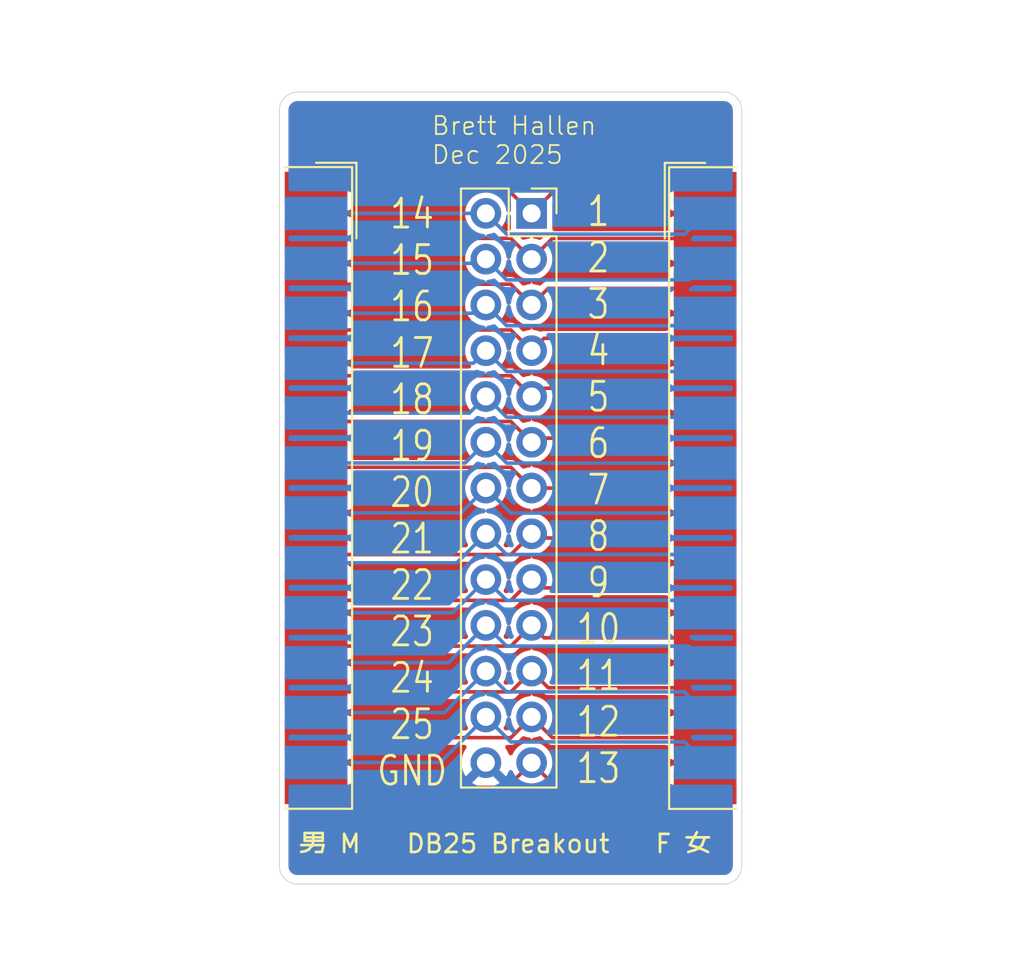
<source format=kicad_pcb>
(kicad_pcb (version 20241229) (generator "pcbnew") (generator_version "9.0")
  (title_block (title "DB25 Breakout for Logic Analyser") (date "29/DEC/2025") (rev "A") (company "Brett Hallen"))
  (layers (0 "F.Cu" signal) (2 "B.Cu" signal) (13 "F.Paste" user) (15 "B.Paste" user) (5 "F.SilkS" user "F.Silkscreen") (7 "B.SilkS" user "B.Silkscreen") (1 "F.Mask" user) (3 "B.Mask" user) (25 "Edge.Cuts" user))
  (net 0 "")
  (net 1 "Net-(J1-P20)")
  (net 2 "Net-(J1-P19)")
  (net 3 "Net-(J1-P25)")
  (net 4 "Net-(J1-P14)")
  (net 5 "Net-(J1-P22)")
  (net 6 "Net-(J1-P16)")
  (net 7 "Net-(J1-P18)")
  (net 8 "Net-(J1-P21)")
  (net 9 "Net-(J1-P24)")
  (net 10 "Net-(J1-P17)")
  (net 11 "Net-(J1-P23)")
  (net 12 "Net-(J1-P15)")
  (net 13 "Net-(J2-Pin_3)")
  (net 14 "Net-(J2-Pin_17)")
  (net 15 "Net-(J2-Pin_21)")
  (net 16 "Net-(J2-Pin_9)")
  (net 17 "Net-(J2-Pin_23)")
  (net 18 "Net-(J2-Pin_19)")
  (net 19 "Net-(J2-Pin_13)")
  (net 20 "Net-(J2-Pin_11)")
  (net 21 "Net-(J2-Pin_7)")
  (net 22 "Net-(J2-Pin_5)")
  (net 23 "Net-(J2-Pin_1)")
  (net 24 "Net-(J2-Pin_15)")
  (net 25 "Net-(J2-Pin_25)")
  (net 26 "GND")
  (footprint "Connector_Dsub:DSUB-25_Socket_EdgeMount_P2.77mm" (layer "F.Cu") (at 115.57 65.29 90)
    (property "Reference" "J1" (hide yes))
    (property "Value" "DB25 Female")
    (fp_line (start 18.043333 -2.24) (end 13.85 -2.24) (stroke (width 0.12)) (layer "F.SilkS"))
    (fp_line (start 17.803333 -2) (end -17.803333 -2) (stroke (width 0.12)) (layer "F.SilkS"))
    (fp_line (start -17.803333 -2) (end -17.803333 1.74) (stroke (width 0.12)) (layer "F.SilkS"))
    (fp_line (start 18.043333 0) (end 18.043333 -2.24) (stroke (width 0.12)) (layer "F.SilkS"))
    (fp_line (start 17.803333 1.74) (end 17.803333 -2) (stroke (width 0.12)) (layer "F.SilkS"))
    (pad "1" smd rect (at 16.62 0 90) (size 1.846667 3.48) (layers "F.Cu" "F.Mask" "F.Paste") (net 23 "Net-(J2-Pin_1)"))
    (pad "2" smd rect (at 13.85 0 90) (size 1.846667 3.48) (layers "F.Cu" "F.Mask" "F.Paste") (net 13 "Net-(J2-Pin_3)"))
    (pad "3" smd rect (at 11.08 0 90) (size 1.846667 3.48) (layers "F.Cu" "F.Mask" "F.Paste") (net 22 "Net-(J2-Pin_5)"))
    (pad "4" smd rect (at 8.31 0 90) (size 1.846667 3.48) (layers "F.Cu" "F.Mask" "F.Paste") (net 21 "Net-(J2-Pin_7)"))
    (pad "5" smd rect (at 5.54 0 90) (size 1.846667 3.48) (layers "F.Cu" "F.Mask" "F.Paste") (net 16 "Net-(J2-Pin_9)"))
    (pad "6" smd rect (at 2.77 0 90) (size 1.846667 3.48) (layers "F.Cu" "F.Mask" "F.Paste") (net 20 "Net-(J2-Pin_11)"))
    (pad "7" smd rect (at 0 0 90) (size 1.846667 3.48) (layers "F.Cu" "F.Mask" "F.Paste") (net 19 "Net-(J2-Pin_13)"))
    (pad "8" smd rect (at -2.77 0 90) (size 1.846667 3.48) (layers "F.Cu" "F.Mask" "F.Paste") (net 24 "Net-(J2-Pin_15)"))
    (pad "9" smd rect (at -5.54 0 90) (size 1.846667 3.48) (layers "F.Cu" "F.Mask" "F.Paste") (net 14 "Net-(J2-Pin_17)"))
    (pad "10" smd rect (at -8.31 0 90) (size 1.846667 3.48) (layers "F.Cu" "F.Mask" "F.Paste") (net 18 "Net-(J2-Pin_19)"))
    (pad "11" smd rect (at -11.08 0 90) (size 1.846667 3.48) (layers "F.Cu" "F.Mask" "F.Paste") (net 15 "Net-(J2-Pin_21)"))
    (pad "12" smd rect (at -13.85 0 90) (size 1.846667 3.48) (layers "F.Cu" "F.Mask" "F.Paste") (net 17 "Net-(J2-Pin_23)"))
    (pad "13" smd rect (at -16.62 0 90) (size 1.846667 3.48) (layers "F.Cu" "F.Mask" "F.Paste") (net 25 "Net-(J2-Pin_25)"))
    (pad "14" smd rect (at 15.235 0 90) (size 1.846667 3.48) (layers "B.Cu" "B.Mask" "B.Paste") (net 4 "Net-(J1-P14)"))
    (pad "15" smd rect (at 12.465 0 90) (size 1.846667 3.48) (layers "B.Cu" "B.Mask" "B.Paste") (net 12 "Net-(J1-P15)"))
    (pad "16" smd rect (at 9.695 0 90) (size 1.846667 3.48) (layers "B.Cu" "B.Mask" "B.Paste") (net 6 "Net-(J1-P16)"))
    (pad "17" smd rect (at 6.925 0 90) (size 1.846667 3.48) (layers "B.Cu" "B.Mask" "B.Paste") (net 10 "Net-(J1-P17)"))
    (pad "18" smd rect (at 4.155 0 90) (size 1.846667 3.48) (layers "B.Cu" "B.Mask" "B.Paste") (net 7 "Net-(J1-P18)"))
    (pad "19" smd rect (at 1.385 0 90) (size 1.846667 3.48) (layers "B.Cu" "B.Mask" "B.Paste") (net 2 "Net-(J1-P19)"))
    (pad "20" smd rect (at -1.385 0 90) (size 1.846667 3.48) (layers "B.Cu" "B.Mask" "B.Paste") (net 1 "Net-(J1-P20)"))
    (pad "21" smd rect (at -4.155 0 90) (size 1.846667 3.48) (layers "B.Cu" "B.Mask" "B.Paste") (net 8 "Net-(J1-P21)"))
    (pad "22" smd rect (at -6.925 0 90) (size 1.846667 3.48) (layers "B.Cu" "B.Mask" "B.Paste") (net 5 "Net-(J1-P22)"))
    (pad "23" smd rect (at -9.695 0 90) (size 1.846667 3.48) (layers "B.Cu" "B.Mask" "B.Paste") (net 11 "Net-(J1-P23)"))
    (pad "24" smd rect (at -12.465 0 90) (size 1.846667 3.48) (layers "B.Cu" "B.Mask" "B.Paste") (net 9 "Net-(J1-P24)"))
    (pad "25" smd rect (at -15.235 0 90) (size 1.846667 3.48) (layers "B.Cu" "B.Mask" "B.Paste") (net 3 "Net-(J1-P25)"))
  )
  (footprint "Connector_PinHeader_2.54mm:PinHeader_2x13_P2.54mm_Vertical" (layer "F.Cu") (at 105.9406 50.048)
    (property "Reference" "J2" (hide yes))
    (property "Value" "Conn_01x26" (hide yes))
    (fp_line (start -3.92 -1.38) (end -3.92 31.86) (stroke (width 0.12)) (layer "F.SilkS"))
    (fp_line (start -1.27 -1.38) (end -3.92 -1.38) (stroke (width 0.12)) (layer "F.SilkS"))
    (fp_line (start -1.27 1.27) (end -1.27 -1.38) (stroke (width 0.12)) (layer "F.SilkS"))
    (fp_line (start 1.38 -1.38) (end 0 -1.38) (stroke (width 0.12)) (layer "F.SilkS"))
    (fp_line (start 1.38 0) (end 1.38 -1.38) (stroke (width 0.12)) (layer "F.SilkS"))
    (fp_line (start 1.38 1.27) (end -1.27 1.27) (stroke (width 0.12)) (layer "F.SilkS"))
    (fp_line (start 1.38 1.27) (end 1.38 31.86) (stroke (width 0.12)) (layer "F.SilkS"))
    (fp_line (start 1.38 31.86) (end -3.92 31.86) (stroke (width 0.12)) (layer "F.SilkS"))
    (pad "1" thru_hole rect (at 0 0) (size 1.7 1.7) (drill 1) (layers "*.Cu" "*.Mask") (net 23 "Net-(J2-Pin_1)"))
    (pad "2" thru_hole circle (at 0 2.54) (size 1.7 1.7) (drill 1) (layers "*.Cu" "*.Mask") (net 13 "Net-(J2-Pin_3)"))
    (pad "3" thru_hole circle (at 0 5.08) (size 1.7 1.7) (drill 1) (layers "*.Cu" "*.Mask") (net 22 "Net-(J2-Pin_5)"))
    (pad "4" thru_hole circle (at 0 7.62) (size 1.7 1.7) (drill 1) (layers "*.Cu" "*.Mask") (net 21 "Net-(J2-Pin_7)"))
    (pad "5" thru_hole circle (at 0 10.16) (size 1.7 1.7) (drill 1) (layers "*.Cu" "*.Mask") (net 16 "Net-(J2-Pin_9)"))
    (pad "6" thru_hole circle (at 0 12.7) (size 1.7 1.7) (drill 1) (layers "*.Cu" "*.Mask") (net 20 "Net-(J2-Pin_11)"))
    (pad "7" thru_hole circle (at 0 15.24) (size 1.7 1.7) (drill 1) (layers "*.Cu" "*.Mask") (net 19 "Net-(J2-Pin_13)"))
    (pad "8" thru_hole circle (at 0 17.78) (size 1.7 1.7) (drill 1) (layers "*.Cu" "*.Mask") (net 24 "Net-(J2-Pin_15)"))
    (pad "9" thru_hole circle (at 0 20.32) (size 1.7 1.7) (drill 1) (layers "*.Cu" "*.Mask") (net 14 "Net-(J2-Pin_17)"))
    (pad "10" thru_hole circle (at 0 22.86) (size 1.7 1.7) (drill 1) (layers "*.Cu" "*.Mask") (net 18 "Net-(J2-Pin_19)"))
    (pad "11" thru_hole circle (at 0 25.4) (size 1.7 1.7) (drill 1) (layers "*.Cu" "*.Mask") (net 15 "Net-(J2-Pin_21)"))
    (pad "12" thru_hole circle (at 0 27.94) (size 1.7 1.7) (drill 1) (layers "*.Cu" "*.Mask") (net 17 "Net-(J2-Pin_23)"))
    (pad "13" thru_hole circle (at 0 30.48) (size 1.7 1.7) (drill 1) (layers "*.Cu" "*.Mask") (net 25 "Net-(J2-Pin_25)"))
    (pad "14" thru_hole circle (at -2.54 0) (size 1.7 1.7) (drill 1) (layers "*.Cu" "*.Mask") (net 4 "Net-(J1-P14)"))
    (pad "15" thru_hole circle (at -2.54 2.54) (size 1.7 1.7) (drill 1) (layers "*.Cu" "*.Mask") (net 12 "Net-(J1-P15)"))
    (pad "16" thru_hole circle (at -2.54 5.08) (size 1.7 1.7) (drill 1) (layers "*.Cu" "*.Mask") (net 6 "Net-(J1-P16)"))
    (pad "17" thru_hole circle (at -2.54 7.62) (size 1.7 1.7) (drill 1) (layers "*.Cu" "*.Mask") (net 10 "Net-(J1-P17)"))
    (pad "18" thru_hole circle (at -2.54 10.16) (size 1.7 1.7) (drill 1) (layers "*.Cu" "*.Mask") (net 7 "Net-(J1-P18)"))
    (pad "19" thru_hole circle (at -2.54 12.7) (size 1.7 1.7) (drill 1) (layers "*.Cu" "*.Mask") (net 2 "Net-(J1-P19)"))
    (pad "20" thru_hole circle (at -2.54 15.24) (size 1.7 1.7) (drill 1) (layers "*.Cu" "*.Mask") (net 1 "Net-(J1-P20)"))
    (pad "21" thru_hole circle (at -2.54 17.78) (size 1.7 1.7) (drill 1) (layers "*.Cu" "*.Mask") (net 8 "Net-(J1-P21)"))
    (pad "22" thru_hole circle (at -2.54 20.32) (size 1.7 1.7) (drill 1) (layers "*.Cu" "*.Mask") (net 5 "Net-(J1-P22)"))
    (pad "23" thru_hole circle (at -2.54 22.86) (size 1.7 1.7) (drill 1) (layers "*.Cu" "*.Mask") (net 11 "Net-(J1-P23)"))
    (pad "24" thru_hole circle (at -2.54 25.4) (size 1.7 1.7) (drill 1) (layers "*.Cu" "*.Mask") (net 9 "Net-(J1-P24)"))
    (pad "25" thru_hole circle (at -2.54 27.94) (size 1.7 1.7) (drill 1) (layers "*.Cu" "*.Mask") (net 3 "Net-(J1-P25)"))
    (pad "26" thru_hole circle (at -2.54 30.48) (size 1.7 1.7) (drill 1) (layers "*.Cu" "*.Mask") (net 26 "GND"))
  )
  (footprint "Connector_Dsub:DSUB-25_Pins_EdgeMount_P2.77mm" (layer "F.Cu") (at 93.98 65.283 -90)
    (property "Reference" "J3" (hide yes))
    (property "Value" "DB25 Male")
    (fp_line (start 17.803333 1.74) (end 17.803333 -2) (stroke (width 0.12)) (layer "F.SilkS"))
    (fp_line (start -18.043333 0) (end -18.043333 -2.24) (stroke (width 0.12)) (layer "F.SilkS"))
    (fp_line (start -17.803333 -2) (end -17.803333 1.74) (stroke (width 0.12)) (layer "F.SilkS"))
    (fp_line (start 17.803333 -2) (end -17.803333 -2) (stroke (width 0.12)) (layer "F.SilkS"))
    (fp_line (start -18.043333 -2.24) (end -13.85 -2.24) (stroke (width 0.12)) (layer "F.SilkS"))
    (pad "1" smd rect (at -16.62 0 270) (size 1.846667 3.48) (layers "F.Cu" "F.Mask" "F.Paste") (net 23 "Net-(J2-Pin_1)"))
    (pad "2" smd rect (at -13.85 0 270) (size 1.846667 3.48) (layers "F.Cu" "F.Mask" "F.Paste") (net 13 "Net-(J2-Pin_3)"))
    (pad "3" smd rect (at -11.08 0 270) (size 1.846667 3.48) (layers "F.Cu" "F.Mask" "F.Paste") (net 22 "Net-(J2-Pin_5)"))
    (pad "4" smd rect (at -8.31 0 270) (size 1.846667 3.48) (layers "F.Cu" "F.Mask" "F.Paste") (net 21 "Net-(J2-Pin_7)"))
    (pad "5" smd rect (at -5.54 0 270) (size 1.846667 3.48) (layers "F.Cu" "F.Mask" "F.Paste") (net 16 "Net-(J2-Pin_9)"))
    (pad "6" smd rect (at -2.77 0 270) (size 1.846667 3.48) (layers "F.Cu" "F.Mask" "F.Paste") (net 20 "Net-(J2-Pin_11)"))
    (pad "7" smd rect (at 0 0 270) (size 1.846667 3.48) (layers "F.Cu" "F.Mask" "F.Paste") (net 19 "Net-(J2-Pin_13)"))
    (pad "8" smd rect (at 2.77 0 270) (size 1.846667 3.48) (layers "F.Cu" "F.Mask" "F.Paste") (net 24 "Net-(J2-Pin_15)"))
    (pad "9" smd rect (at 5.54 0 270) (size 1.846667 3.48) (layers "F.Cu" "F.Mask" "F.Paste") (net 14 "Net-(J2-Pin_17)"))
    (pad "10" smd rect (at 8.31 0 270) (size 1.846667 3.48) (layers "F.Cu" "F.Mask" "F.Paste") (net 18 "Net-(J2-Pin_19)"))
    (pad "11" smd rect (at 11.08 0 270) (size 1.846667 3.48) (layers "F.Cu" "F.Mask" "F.Paste") (net 15 "Net-(J2-Pin_21)"))
    (pad "12" smd rect (at 13.85 0 270) (size 1.846667 3.48) (layers "F.Cu" "F.Mask" "F.Paste") (net 17 "Net-(J2-Pin_23)"))
    (pad "13" smd rect (at 16.62 0 270) (size 1.846667 3.48) (layers "F.Cu" "F.Mask" "F.Paste") (net 25 "Net-(J2-Pin_25)"))
    (pad "14" smd rect (at -15.235 0 270) (size 1.846667 3.48) (layers "B.Cu" "B.Mask" "B.Paste") (net 4 "Net-(J1-P14)"))
    (pad "15" smd rect (at -12.465 0 270) (size 1.846667 3.48) (layers "B.Cu" "B.Mask" "B.Paste") (net 12 "Net-(J1-P15)"))
    (pad "16" smd rect (at -9.695 0 270) (size 1.846667 3.48) (layers "B.Cu" "B.Mask" "B.Paste") (net 6 "Net-(J1-P16)"))
    (pad "17" smd rect (at -6.925 0 270) (size 1.846667 3.48) (layers "B.Cu" "B.Mask" "B.Paste") (net 10 "Net-(J1-P17)"))
    (pad "18" smd rect (at -4.155 0 270) (size 1.846667 3.48) (layers "B.Cu" "B.Mask" "B.Paste") (net 7 "Net-(J1-P18)"))
    (pad "19" smd rect (at -1.385 0 270) (size 1.846667 3.48) (layers "B.Cu" "B.Mask" "B.Paste") (net 2 "Net-(J1-P19)"))
    (pad "20" smd rect (at 1.385 0 270) (size 1.846667 3.48) (layers "B.Cu" "B.Mask" "B.Paste") (net 1 "Net-(J1-P20)"))
    (pad "21" smd rect (at 4.155 0 270) (size 1.846667 3.48) (layers "B.Cu" "B.Mask" "B.Paste") (net 8 "Net-(J1-P21)"))
    (pad "22" smd rect (at 6.925 0 270) (size 1.846667 3.48) (layers "B.Cu" "B.Mask" "B.Paste") (net 5 "Net-(J1-P22)"))
    (pad "23" smd rect (at 9.695 0 270) (size 1.846667 3.48) (layers "B.Cu" "B.Mask" "B.Paste") (net 11 "Net-(J1-P23)"))
    (pad "24" smd rect (at 12.465 0 270) (size 1.846667 3.48) (layers "B.Cu" "B.Mask" "B.Paste") (net 9 "Net-(J1-P24)"))
    (pad "25" smd rect (at 15.235 0 270) (size 1.846667 3.48) (layers "B.Cu" "B.Mask" "B.Paste") (net 3 "Net-(J1-P25)"))
  )
  (gr_line (start 92.948 43.319) (end 116.602 43.319) (stroke (width 0.05)) (layer "Edge.Cuts"))
  (gr_arc (start 92.948 87.261) (mid 92.240893 86.968107) (end 91.948 86.261) (stroke (width 0.05)) (layer "Edge.Cuts"))
  (gr_arc (start 91.948 44.319) (mid 92.240893 43.611893) (end 92.948 43.319) (stroke (width 0.05)) (layer "Edge.Cuts"))
  (gr_line (start 117.602 44.319) (end 117.602 86.261) (stroke (width 0.05)) (layer "Edge.Cuts"))
  (gr_line (start 116.602 87.261) (end 92.948 87.261) (stroke (width 0.05)) (layer "Edge.Cuts"))
  (gr_arc (start 117.602 86.261) (mid 117.309107 86.968107) (end 116.602 87.261) (stroke (width 0.05)) (layer "Edge.Cuts"))
  (gr_line (start 91.948 86.261) (end 91.948 44.319) (stroke (width 0.05)) (layer "Edge.Cuts"))
  (gr_arc (start 116.602 43.319) (mid 117.309107 43.611893) (end 117.602 44.319) (stroke (width 0.05)) (layer "Edge.Cuts"))
  (gr_text "1\n2\n3\n4\n5\n6\n7\n8\n9\n10\n11\n12\n13" (at 109.65 81.78 0) (layer "F.SilkS") (effects (font (size 1.6 1.27) (thickness 0.15875)) (justify bottom)))
  (gr_text "男 M  　DB25 Breakout  　F 女" (at 92.964 85.61 0) (layer "F.SilkS") (effects (font (size 1 1)) (justify left bottom)))
  (gr_text "14\n15\n16\n17\n18\n19\n20\n21\n22\n23\n24\n25\nGND" (at 99.31 81.92 0) (layer "F.SilkS") (effects (font (size 1.6 1.27) (thickness 0.15875)) (justify bottom)))
  (gr_text "Brett Hallen\nDec 2025" (at 100.33 47.383 0) (layer "F.SilkS") (effects (font (size 1 1) (thickness 0.1)) (justify left bottom)))
  (segment (start 102.0206 66.668) (end 103.4006 65.288) (width 0.2) (layer "B.Cu") (net 1))
  (segment (start 104.7876 66.675) (end 115.57 66.675) (width 0.2) (layer "B.Cu") (net 1))
  (segment (start 93.98 66.668) (end 102.0206 66.668) (width 0.2) (layer "B.Cu") (net 1))
  (segment (start 103.4006 65.288) (end 104.7876 66.675) (width 0.2) (layer "B.Cu") (net 1))
  (segment (start 102.2506 63.898) (end 103.4006 62.748) (width 0.2) (layer "B.Cu") (net 2))
  (segment (start 104.5576 63.905) (end 103.4006 62.748) (width 0.2) (layer "B.Cu") (net 2))
  (segment (start 93.98 63.898) (end 102.2506 63.898) (width 0.2) (layer "B.Cu") (net 2))
  (segment (start 115.57 63.905) (end 104.5576 63.905) (width 0.2) (layer "B.Cu") (net 2))
  (segment (start 93.98 80.518) (end 100.8706 80.518) (width 0.2) (layer "B.Cu") (net 3))
  (segment (start 115.57 80.525) (end 114.422 79.377) (width 0.2) (layer "B.Cu") (net 3))
  (segment (start 114.422 79.377) (end 104.7896 79.377) (width 0.2) (layer "B.Cu") (net 3))
  (segment (start 104.7896 79.377) (end 103.4006 77.988) (width 0.2) (layer "B.Cu") (net 3))
  (segment (start 100.8706 80.518) (end 103.4006 77.988) (width 0.2) (layer "B.Cu") (net 3))
  (segment (start 104.5516 51.199) (end 103.4006 50.048) (width 0.2) (layer "B.Cu") (net 4))
  (segment (start 115.57 50.055) (end 114.426 51.199) (width 0.2) (layer "B.Cu") (net 4))
  (segment (start 114.426 51.199) (end 104.5516 51.199) (width 0.2) (layer "B.Cu") (net 4))
  (segment (start 93.98 50.048) (end 103.4006 50.048) (width 0.2) (layer "B.Cu") (net 4))
  (segment (start 114.874 71.519) (end 104.5516 71.519) (width 0.2) (layer "B.Cu") (net 5))
  (segment (start 93.98 72.208) (end 101.5606 72.208) (width 0.2) (layer "B.Cu") (net 5))
  (segment (start 101.5606 72.208) (end 103.4006 70.368) (width 0.2) (layer "B.Cu") (net 5))
  (segment (start 115.57 72.215) (end 114.874 71.519) (width 0.2) (layer "B.Cu") (net 5))
  (segment (start 104.5516 71.519) (end 103.4006 70.368) (width 0.2) (layer "B.Cu") (net 5))
  (segment (start 115.57 55.595) (end 114.886 56.279) (width 0.2) (layer "B.Cu") (net 6))
  (segment (start 114.886 56.279) (end 104.5516 56.279) (width 0.2) (layer "B.Cu") (net 6))
  (segment (start 104.5516 56.279) (end 103.4006 55.128) (width 0.2) (layer "B.Cu") (net 6))
  (segment (start 93.98 55.588) (end 102.9406 55.588) (width 0.2) (layer "B.Cu") (net 6))
  (segment (start 102.9406 55.588) (end 103.4006 55.128) (width 0.2) (layer "B.Cu") (net 6))
  (segment (start 93.98 61.128) (end 102.4806 61.128) (width 0.2) (layer "B.Cu") (net 7))
  (segment (start 102.4806 61.128) (end 103.4006 60.208) (width 0.2) (layer "B.Cu") (net 7))
  (segment (start 115.57 61.135) (end 115.346 61.359) (width 0.2) (layer "B.Cu") (net 7))
  (segment (start 104.5516 61.359) (end 103.4006 60.208) (width 0.2) (layer "B.Cu") (net 7))
  (segment (start 115.346 61.359) (end 104.5516 61.359) (width 0.2) (layer "B.Cu") (net 7))
  (segment (start 93.98 69.438) (end 101.7906 69.438) (width 0.2) (layer "B.Cu") (net 8))
  (segment (start 115.57 69.445) (end 115.104 68.979) (width 0.2) (layer "B.Cu") (net 8))
  (segment (start 101.7906 69.438) (end 103.4006 67.828) (width 0.2) (layer "B.Cu") (net 8))
  (segment (start 104.5516 68.979) (end 103.4006 67.828) (width 0.2) (layer "B.Cu") (net 8))
  (segment (start 115.104 68.979) (end 104.5516 68.979) (width 0.2) (layer "B.Cu") (net 8))
  (segment (start 101.1006 77.748) (end 103.4006 75.448) (width 0.2) (layer "B.Cu") (net 9))
  (segment (start 114.414 76.599) (end 104.5516 76.599) (width 0.2) (layer "B.Cu") (net 9))
  (segment (start 93.98 77.748) (end 101.1006 77.748) (width 0.2) (layer "B.Cu") (net 9))
  (segment (start 115.57 77.755) (end 114.414 76.599) (width 0.2) (layer "B.Cu") (net 9))
  (segment (start 104.5516 76.599) (end 103.4006 75.448) (width 0.2) (layer "B.Cu") (net 9))
  (segment (start 104.5516 58.819) (end 103.4006 57.668) (width 0.2) (layer "B.Cu") (net 10))
  (segment (start 115.57 58.365) (end 115.116 58.819) (width 0.2) (layer "B.Cu") (net 10))
  (segment (start 115.116 58.819) (end 104.5516 58.819) (width 0.2) (layer "B.Cu") (net 10))
  (segment (start 102.7106 58.358) (end 103.4006 57.668) (width 0.2) (layer "B.Cu") (net 10))
  (segment (start 93.98 58.358) (end 102.7106 58.358) (width 0.2) (layer "B.Cu") (net 10))
  (segment (start 104.5516 74.059) (end 103.4006 72.908) (width 0.2) (layer "B.Cu") (net 11))
  (segment (start 93.98 74.978) (end 101.3306 74.978) (width 0.2) (layer "B.Cu") (net 11))
  (segment (start 101.3306 74.978) (end 103.4006 72.908) (width 0.2) (layer "B.Cu") (net 11))
  (segment (start 115.57 74.985) (end 114.644 74.059) (width 0.2) (layer "B.Cu") (net 11))
  (segment (start 114.644 74.059) (end 104.5516 74.059) (width 0.2) (layer "B.Cu") (net 11))
  (segment (start 93.98 52.818) (end 103.1706 52.818) (width 0.2) (layer "B.Cu") (net 12))
  (segment (start 114.656 53.739) (end 104.5516 53.739) (width 0.2) (layer "B.Cu") (net 12))
  (segment (start 103.1706 52.818) (end 103.4006 52.588) (width 0.2) (layer "B.Cu") (net 12))
  (segment (start 115.57 52.825) (end 114.656 53.739) (width 0.2) (layer "B.Cu") (net 12))
  (segment (start 104.5516 53.739) (end 103.4006 52.588) (width 0.2) (layer "B.Cu") (net 12))
  (segment (start 115.57 51.44) (end 107.0886 51.44) (width 0.2) (layer "F.Cu") (net 13))
  (segment (start 107.0886 51.44) (end 105.9406 52.588) (width 0.2) (layer "F.Cu") (net 13))
  (segment (start 93.98 51.433) (end 104.7856 51.433) (width 0.2) (layer "F.Cu") (net 13))
  (segment (start 104.7856 51.433) (end 105.9406 52.588) (width 0.2) (layer "F.Cu") (net 13))
  (segment (start 106.4026 70.83) (end 105.9406 70.368) (width 0.2) (layer "F.Cu") (net 14))
  (segment (start 94.676 71.519) (end 104.7896 71.519) (width 0.2) (layer "F.Cu") (net 14))
  (segment (start 93.98 70.823) (end 94.676 71.519) (width 0.2) (layer "F.Cu") (net 14))
  (segment (start 115.57 70.83) (end 106.4026 70.83) (width 0.2) (layer "F.Cu") (net 14))
  (segment (start 104.7896 71.519) (end 105.9406 70.368) (width 0.2) (layer "F.Cu") (net 14))
  (segment (start 94.216 76.599) (end 104.7896 76.599) (width 0.2) (layer "F.Cu") (net 15))
  (segment (start 106.8626 76.37) (end 105.9406 75.448) (width 0.2) (layer "F.Cu") (net 15))
  (segment (start 93.98 76.363) (end 94.216 76.599) (width 0.2) (layer "F.Cu") (net 15))
  (segment (start 115.57 76.37) (end 106.8626 76.37) (width 0.2) (layer "F.Cu") (net 15))
  (segment (start 104.7896 76.599) (end 105.9406 75.448) (width 0.2) (layer "F.Cu") (net 15))
  (segment (start 94.666 59.057) (end 104.7896 59.057) (width 0.2) (layer "F.Cu") (net 16))
  (segment (start 104.7896 59.057) (end 105.9406 60.208) (width 0.2) (layer "F.Cu") (net 16))
  (segment (start 93.98 59.743) (end 94.666 59.057) (width 0.2) (layer "F.Cu") (net 16))
  (segment (start 106.3986 59.75) (end 105.9406 60.208) (width 0.2) (layer "F.Cu") (net 16))
  (segment (start 115.57 59.75) (end 106.3986 59.75) (width 0.2) (layer "F.Cu") (net 16))
  (segment (start 93.98 79.133) (end 93.986 79.139) (width 0.2) (layer "F.Cu") (net 17))
  (segment (start 104.7896 79.139) (end 105.9406 77.988) (width 0.2) (layer "F.Cu") (net 17))
  (segment (start 93.986 79.139) (end 104.7896 79.139) (width 0.2) (layer "F.Cu") (net 17))
  (segment (start 115.57 79.14) (end 107.0926 79.14) (width 0.2) (layer "F.Cu") (net 17))
  (segment (start 107.0926 79.14) (end 105.9406 77.988) (width 0.2) (layer "F.Cu") (net 17))
  (segment (start 104.7896 74.059) (end 105.9406 72.908) (width 0.2) (layer "F.Cu") (net 18))
  (segment (start 115.57 73.6) (end 106.6326 73.6) (width 0.2) (layer "F.Cu") (net 18))
  (segment (start 94.446 74.059) (end 104.7896 74.059) (width 0.2) (layer "F.Cu") (net 18))
  (segment (start 93.98 73.593) (end 94.446 74.059) (width 0.2) (layer "F.Cu") (net 18))
  (segment (start 106.6326 73.6) (end 105.9406 72.908) (width 0.2) (layer "F.Cu") (net 18))
  (segment (start 115.57 65.29) (end 105.9426 65.29) (width 0.2) (layer "F.Cu") (net 19))
  (segment (start 105.9426 65.29) (end 105.9406 65.288) (width 0.2) (layer "F.Cu") (net 19))
  (segment (start 104.7896 64.137) (end 105.9406 65.288) (width 0.2) (layer "F.Cu") (net 19))
  (segment (start 93.98 65.283) (end 95.126 64.137) (width 0.2) (layer "F.Cu") (net 19))
  (segment (start 95.126 64.137) (end 104.7896 64.137) (width 0.2) (layer "F.Cu") (net 19))
  (segment (start 106.1686 62.52) (end 105.9406 62.748) (width 0.2) (layer "F.Cu") (net 20))
  (segment (start 115.57 62.52) (end 106.1686 62.52) (width 0.2) (layer "F.Cu") (net 20))
  (segment (start 94.896 61.597) (end 104.7896 61.597) (width 0.2) (layer "F.Cu") (net 20))
  (segment (start 93.98 62.513) (end 94.896 61.597) (width 0.2) (layer "F.Cu") (net 20))
  (segment (start 104.7896 61.597) (end 105.9406 62.748) (width 0.2) (layer "F.Cu") (net 20))
  (segment (start 94.436 56.517) (end 104.7896 56.517) (width 0.2) (layer "F.Cu") (net 21))
  (segment (start 115.57 56.98) (end 106.6286 56.98) (width 0.2) (layer "F.Cu") (net 21))
  (segment (start 104.7896 56.517) (end 105.9406 57.668) (width 0.2) (layer "F.Cu") (net 21))
  (segment (start 106.6286 56.98) (end 105.9406 57.668) (width 0.2) (layer "F.Cu") (net 21))
  (segment (start 93.98 56.973) (end 94.436 56.517) (width 0.2) (layer "F.Cu") (net 21))
  (segment (start 104.7896 53.977) (end 105.9406 55.128) (width 0.2) (layer "F.Cu") (net 22))
  (segment (start 115.57 54.21) (end 106.8586 54.21) (width 0.2) (layer "F.Cu") (net 22))
  (segment (start 94.206 53.977) (end 104.7896 53.977) (width 0.2) (layer "F.Cu") (net 22))
  (segment (start 93.98 54.203) (end 94.206 53.977) (width 0.2) (layer "F.Cu") (net 22))
  (segment (start 106.8586 54.21) (end 105.9406 55.128) (width 0.2) (layer "F.Cu") (net 22))
  (segment (start 115.57 48.67) (end 107.3186 48.67) (width 0.2) (layer "F.Cu") (net 23))
  (segment (start 104.5556 48.663) (end 105.9406 50.048) (width 0.2) (layer "F.Cu") (net 23))
  (segment (start 107.3186 48.67) (end 105.9406 50.048) (width 0.2) (layer "F.Cu") (net 23))
  (segment (start 93.98 48.663) (end 104.5556 48.663) (width 0.2) (layer "F.Cu") (net 23))
  (segment (start 104.7896 68.979) (end 105.9406 67.828) (width 0.2) (layer "F.Cu") (net 24))
  (segment (start 106.1726 68.06) (end 105.9406 67.828) (width 0.2) (layer "F.Cu") (net 24))
  (segment (start 94.906 68.979) (end 104.7896 68.979) (width 0.2) (layer "F.Cu") (net 24))
  (segment (start 115.57 68.06) (end 106.1726 68.06) (width 0.2) (layer "F.Cu") (net 24))
  (segment (start 93.98 68.053) (end 94.906 68.979) (width 0.2) (layer "F.Cu") (net 24))
  (segment (start 115.57 81.91) (end 107.3226 81.91) (width 0.2) (layer "F.Cu") (net 25))
  (segment (start 93.98 81.903) (end 104.5656 81.903) (width 0.2) (layer "F.Cu") (net 25))
  (segment (start 104.5656 81.903) (end 105.9406 80.528) (width 0.2) (layer "F.Cu") (net 25))
  (segment (start 107.3226 81.91) (end 105.9406 80.528) (width 0.2) (layer "F.Cu") (net 25))
  (zone (net 26) (net_name "GND") (layers "F.Cu" "B.Cu") (connect_pads (clearance 0.3)) (min_thickness 0.25) (fill yes (thermal_gap 0.5) (thermal_bridge_width 0.5) (island_removal_mode 1) (island_area_min 10))
    (polygon (pts (xy 91.948 87.261) (xy 117.602 87.261) (xy 117.602 43.319) (xy 91.948 43.319)))
  )
)
</source>
